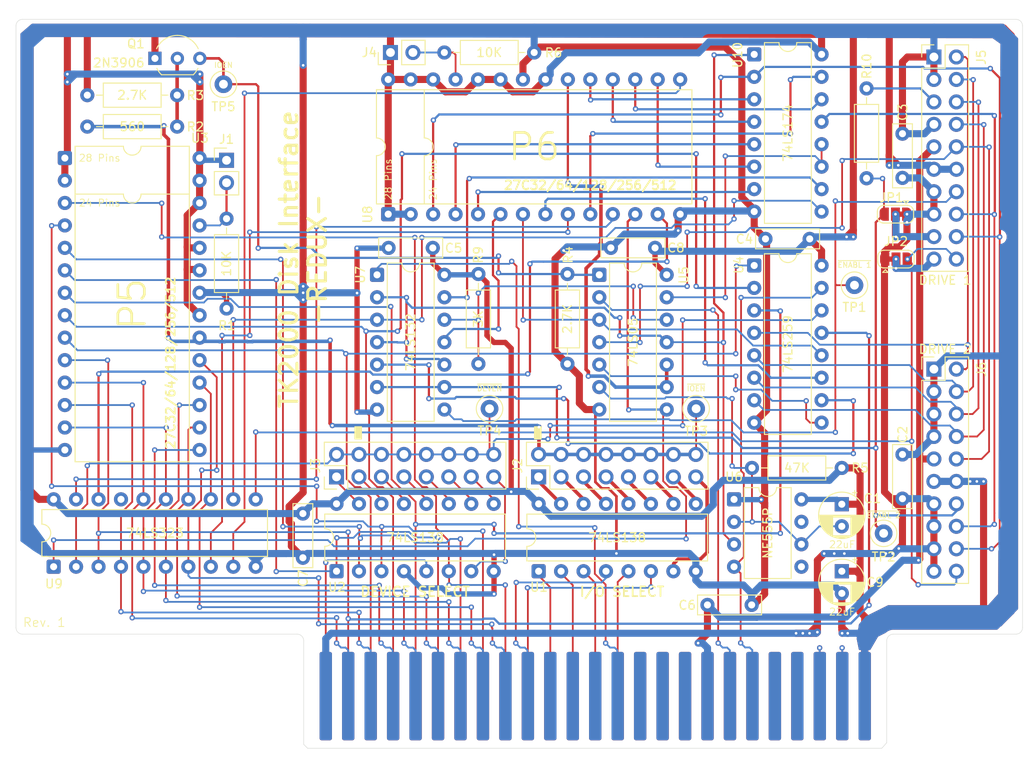
<source format=kicad_pcb>
(kicad_pcb
	(version 20241229)
	(generator "pcbnew")
	(generator_version "9.0")
	(general
		(thickness 1.6)
		(legacy_teardrops no)
	)
	(paper "A4")
	(layers
		(0 "F.Cu" signal)
		(2 "B.Cu" signal)
		(9 "F.Adhes" user "F.Adhesive")
		(11 "B.Adhes" user "B.Adhesive")
		(13 "F.Paste" user)
		(15 "B.Paste" user)
		(5 "F.SilkS" user "F.Silkscreen")
		(7 "B.SilkS" user "B.Silkscreen")
		(1 "F.Mask" user)
		(3 "B.Mask" user)
		(17 "Dwgs.User" user "User.Drawings")
		(19 "Cmts.User" user "User.Comments")
		(21 "Eco1.User" user "User.Eco1")
		(23 "Eco2.User" user "User.Eco2")
		(25 "Edge.Cuts" user)
		(27 "Margin" user)
		(31 "F.CrtYd" user "F.Courtyard")
		(29 "B.CrtYd" user "B.Courtyard")
		(35 "F.Fab" user)
		(33 "B.Fab" user)
		(39 "User.1" user)
		(41 "User.2" user)
		(43 "User.3" user)
		(45 "User.4" user)
	)
	(setup
		(pad_to_mask_clearance 0)
		(allow_soldermask_bridges_in_footprints no)
		(tenting front back)
		(pcbplotparams
			(layerselection 0x00000000_00000000_55555555_5755f5ff)
			(plot_on_all_layers_selection 0x00000000_00000000_00000000_00000000)
			(disableapertmacros no)
			(usegerberextensions no)
			(usegerberattributes yes)
			(usegerberadvancedattributes yes)
			(creategerberjobfile yes)
			(dashed_line_dash_ratio 12.000000)
			(dashed_line_gap_ratio 3.000000)
			(svgprecision 4)
			(plotframeref no)
			(mode 1)
			(useauxorigin no)
			(hpglpennumber 1)
			(hpglpenspeed 20)
			(hpglpendiameter 15.000000)
			(pdf_front_fp_property_popups yes)
			(pdf_back_fp_property_popups yes)
			(pdf_metadata yes)
			(pdf_single_document no)
			(dxfpolygonmode yes)
			(dxfimperialunits yes)
			(dxfusepcbnewfont yes)
			(psnegative no)
			(psa4output no)
			(plot_black_and_white yes)
			(sketchpadsonfab no)
			(plotpadnumbers no)
			(hidednponfab no)
			(sketchdnponfab yes)
			(crossoutdnponfab yes)
			(subtractmaskfromsilk no)
			(outputformat 1)
			(mirror no)
			(drillshape 0)
			(scaleselection 1)
			(outputdirectory "gerbers/")
		)
	)
	(net 0 "")
	(net 1 "-12V")
	(net 2 "GND")
	(net 3 "+5V")
	(net 4 "Net-(U6-THR)")
	(net 5 "+12V")
	(net 6 "Net-(J1-Pin_2)")
	(net 7 "~{IOSEL}")
	(net 8 "Net-(J2-Pin_5)")
	(net 9 "Net-(J2-Pin_7)")
	(net 10 "/IOEN")
	(net 11 "Net-(J2-Pin_15)")
	(net 12 "Net-(J2-Pin_3)")
	(net 13 "Net-(J2-Pin_9)")
	(net 14 "Net-(J2-Pin_11)")
	(net 15 "Net-(J2-Pin_13)")
	(net 16 "Net-(J2-Pin_1)")
	(net 17 "Net-(J3-Pin_11)")
	(net 18 "Net-(J3-Pin_5)")
	(net 19 "Net-(J3-Pin_7)")
	(net 20 "Net-(J3-Pin_9)")
	(net 21 "Net-(J3-Pin_1)")
	(net 22 "Net-(J3-Pin_13)")
	(net 23 "Net-(J3-Pin_15)")
	(net 24 "Net-(J3-Pin_3)")
	(net 25 "Net-(J4-Pin_2)")
	(net 26 "/PH1")
	(net 27 "/PH0")
	(net 28 "/WR DATA")
	(net 29 "/W PROT")
	(net 30 "/RD DATA")
	(net 31 "/PH2")
	(net 32 "/PH3")
	(net 33 "Net-(J5-Pin_17)")
	(net 34 "/WR REQ")
	(net 35 "Net-(J5-Pin_19)")
	(net 36 "/~{ENBL 1}")
	(net 37 "Net-(J5-Pin_5)")
	(net 38 "/~{ENBL 2}")
	(net 39 "A12")
	(net 40 "D0")
	(net 41 "A10")
	(net 42 "A3")
	(net 43 "A14")
	(net 44 "D3")
	(net 45 "unconnected-(P1-Pin_40-Pad40)")
	(net 46 "2M")
	(net 47 "~{RESET}")
	(net 48 "unconnected-(P1-Pin_30-Pad30)")
	(net 49 "A4")
	(net 50 "~{EXTC}")
	(net 51 "unconnected-(P1-Pin_18-Pad18)")
	(net 52 "unconnected-(P1-Pin_38-Pad38)")
	(net 53 "D1")
	(net 54 "unconnected-(P1-Pin_29-Pad29)")
	(net 55 "A0")
	(net 56 "A15")
	(net 57 "D6")
	(net 58 "unconnected-(P1-Pin_36-Pad36)")
	(net 59 "A5")
	(net 60 "unconnected-(P1-Pin_22-Pad22)")
	(net 61 "~{EXTE}")
	(net 62 "Net-(P1-Pin_24)")
	(net 63 "~{EXT8}")
	(net 64 "unconnected-(P1-Pin_34-Pad34)")
	(net 65 "A8")
	(net 66 "D2")
	(net 67 "A2")
	(net 68 "D7")
	(net 69 "A7")
	(net 70 "Net-(P1-Pin_23)")
	(net 71 "A6")
	(net 72 "unconnected-(P1-Pin_21-Pad21)")
	(net 73 "~{EXT_MEM}")
	(net 74 "D4")
	(net 75 "D5")
	(net 76 "A9")
	(net 77 "A13")
	(net 78 "A11")
	(net 79 "unconnected-(P1-Pin_39-Pad39)")
	(net 80 "~{EXT6}")
	(net 81 "A1")
	(net 82 "Net-(Q1-B)")
	(net 83 "Net-(U8-~{CE})")
	(net 84 "Net-(R9-Pad2)")
	(net 85 "Net-(U4-Q6)")
	(net 86 "Net-(U4-Q5)")
	(net 87 "Net-(U4-Q7)")
	(net 88 "Net-(U4-Q4)")
	(net 89 "Net-(U10-D3)")
	(net 90 "Net-(U8-D1)")
	(net 91 "Net-(U10-~{Mr})")
	(net 92 "Net-(U8-A4)")
	(net 93 "Net-(U10-Q3)")
	(net 94 "Net-(U10-Cp)")
	(net 95 "Net-(U8-D3)")
	(net 96 "Net-(U10-Q5)")
	(net 97 "Net-(U10-Q2)")
	(net 98 "Net-(U8-A1)")
	(net 99 "Net-(U10-D2)")
	(net 100 "Net-(U8-D0)")
	(net 101 "Net-(U10-Q1)")
	(net 102 "unconnected-(U6-DIS-Pad7)")
	(net 103 "Net-(U10-D0)")
	(net 104 "unconnected-(U6-CV-Pad5)")
	(net 105 "Net-(U10-D5)")
	(net 106 "Net-(U8-D2)")
	(net 107 "Net-(U10-D1)")
	(net 108 "unconnected-(U9-Q7-Pad17)")
	(net 109 "/~{IOEN}")
	(net 110 "/~{DEVEN}")
	(footprint "Connector_PinHeader_2.54mm:PinHeader_1x02_P2.54mm_Vertical" (layer "F.Cu") (at 69.565185 66.517185))
	(footprint "TestPoint:TestPoint_Loop_D1.80mm_Drill1.0mm_Beaded" (layer "F.Cu") (at 122.682 94.615))
	(footprint "Capacitor_THT:C_Rect_L7.0mm_W2.0mm_P5.00mm" (layer "F.Cu") (at 118.034185 76.423185 180))
	(footprint "Resistor_THT:R_Axial_DIN0207_L6.3mm_D2.5mm_P10.16mm_Horizontal" (layer "F.Cu") (at 94.203185 54.325185))
	(footprint "Connector_PinHeader_2.54mm:PinHeader_1x02_P2.54mm_Vertical" (layer "F.Cu") (at 88.107185 54.325185 90))
	(footprint "Capacitor_THT:CP_Radial_D5.0mm_P2.50mm" (layer "F.Cu") (at 139.161185 112.999185 -90))
	(footprint "Capacitor_THT:C_Rect_L7.0mm_W2.0mm_P5.00mm" (layer "F.Cu") (at 146.019185 104.791185 90))
	(footprint "TestPoint:TestPoint_Loop_D1.80mm_Drill1.0mm_Beaded" (layer "F.Cu") (at 99.314 94.615))
	(footprint "Package_DIP:DIP-16_W7.62mm" (layer "F.Cu") (at 129.250185 54.539185))
	(footprint "Package_DIP:DIP-16_W7.62mm" (layer "F.Cu") (at 82.006185 112.994185 90))
	(footprint "Package_TO_SOT_THT:TO-92_Inline_Wide" (layer "F.Cu") (at 61.468 54.991))
	(footprint "Resistor_THT:R_Axial_DIN0207_L6.3mm_D2.5mm_P10.16mm_Horizontal" (layer "F.Cu") (at 141.955185 68.549185 90))
	(footprint "Capacitor_THT:CP_Radial_D5.0mm_P2.50mm" (layer "F.Cu") (at 139.156185 105.419185 -90))
	(footprint "Resistor_THT:R_Axial_DIN0207_L6.3mm_D2.5mm_P10.16mm_Horizontal" (layer "F.Cu") (at 53.817185 59.151185))
	(footprint "Package_DIP:DIP-16_W7.62mm" (layer "F.Cu") (at 104.866185 112.999185 90))
	(footprint "TK2000:DIP-28-24_W15.24mm" (layer "F.Cu") (at 87.853185 72.613185 90))
	(footprint "Package_DIP:DIP-14_W7.62mm" (layer "F.Cu") (at 111.729185 79.471185))
	(footprint "Resistor_THT:R_Axial_DIN0207_L6.3mm_D2.5mm_P10.16mm_Horizontal" (layer "F.Cu") (at 69.565185 73.121185 -90))
	(footprint "TestPoint:TestPoint_Loop_D1.80mm_Drill1.0mm_Beaded" (layer "F.Cu") (at 140.589 80.645))
	(footprint "Capacitor_THT:C_Rect_L7.0mm_W2.0mm_P5.00mm" (layer "F.Cu") (at 146.019185 68.509185 90))
	(footprint "Jumper:SolderJumper-3_P1.3mm_Bridged12_RoundedPad1.0x1.5mm" (layer "F.Cu") (at 145.287185 77.693185))
	(footprint "Resistor_THT:R_Axial_DIN0207_L6.3mm_D2.5mm_P10.16mm_Horizontal" (layer "F.Cu") (at 98.053185 79.382185 -90))
	(footprint "TK2000:DIP-28-24_W15.24mm" (layer "F.Cu") (at 51.277185 66.263185))
	(footprint "Capacitor_THT:C_Rect_L7.0mm_W2.0mm_P5.00mm" (layer "F.Cu") (at 135.525185 75.407185 180))
	(footprint "Capacitor_THT:C_Rect_L7.0mm_W2.0mm_P5.00mm" (layer "F.Cu") (at 78.201185 106.475185 -90))
	(footprint "Capacitor_THT:C_Rect_L7.0mm_W2.0mm_P5.00mm" (layer "F.Cu") (at 92.893185 76.428185 180))
	(footprint "Package_DIP:DIP-14_W7.62mm" (layer "F.Cu") (at 86.588185 79.471185))
	(footprint "Resistor_THT:R_Axial_DIN0207_L6.3mm_D2.5mm_P10.16mm_Horizontal"
		(layer "F.Cu")
		(uuid "a3fd79da-f5d5-4ae4-9621-898f304ff506")
		(at 128.996185 101.315185)
		(descr "Resistor, Axial_DIN0207 series, Axial, Horizontal, pin pitch=10.16mm, 0.25W = 1/4W, length*diameter=6.3*2.5mm^2, http://cdn-reichelt.de/documents/datenblatt/B400/1_4W%23YAG.pdf")
		(tags "Resistor Axial_DIN0207 series Axial Horizontal pin pitch 10.16mm 0.25W = 1/4W length 6.3mm diameter 2.5mm")
		(property "Reference" "R5"
			(at 12.227815 0 180)
			(layer "F.SilkS")
			(uuid "9c6b700b-b56f-454a-af08-cbb92ee0419a")
			(effects
				(font
					(size 1 1)
					(thickness 0.15)
				)
			)
		)
		(property "Value" "47K"
			(at 5.08 0 0)
			(layer "F.SilkS")
			(uuid "59038263-5bfc-4502-9e63-17686569948d")
			(effects
				(font
					(size 1 1)
					(thickness 0.15)
				)
			)
		)
		(property "Datasheet" ""
			(at 0 0 0)
			(unlocked yes)
			(layer "F.Fab")
			(hide yes)
			(uuid "451e5c88-4e24-4863-a615-27044dbe0c7a")
			(effects
				(font
					(size 1.27 1.27)
					(thickness 0.15)
				)
			)
		)
		(property "Description" "Resistor, small symbol"
			(at 0 0 0)
			(unlocked yes)
			(layer "F.Fab")
			(hide yes)
			(uuid "ff008a55-37e8-44c0-bf53-7e7561ef5750")
			(effects
				(font
					(size 1.27 1.27)
					(thickness 0.15)
				)
			)
		)
		(property ki_fp_filters "R_*")
		(path "/0a9e3eae-f6aa-4726-95a0-baa5697c9c68")
		(sheetname "/")
		(sheetfile "TK2000_DiskInterface_REDUX.kicad_sch")
		(attr through_hole)
		(fp_line
			(start 1.04 0)
			(end 1.81 0)
			(stroke
				(width 0.12)
				(type solid)
			)
			(layer "F.SilkS")
			(uuid "6dd95e0b-b40a-485f-952c-4109b785672c")
		)
		(fp_line
			(start 1.81 -1.37)
			(end 1.81 1.37)
			(stroke
				(width 0.12)
				(type solid)
			)
			(layer "F.SilkS")

... [355425 chars truncated]
</source>
